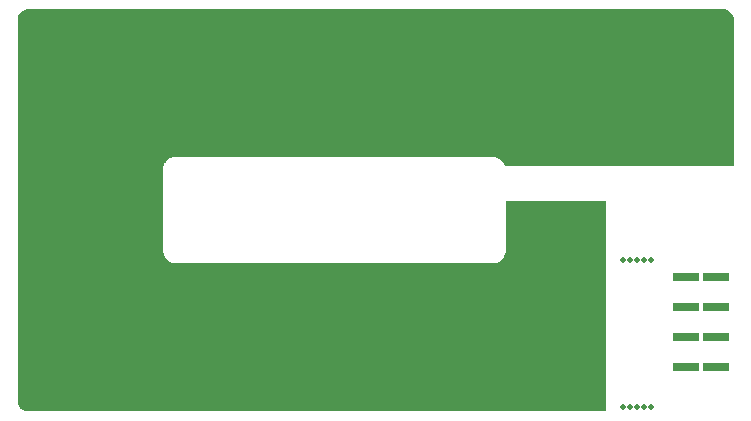
<source format=gtl>
G04*
G04 #@! TF.GenerationSoftware,Altium Limited,Altium Designer,18.1.7 (191)*
G04*
G04 Layer_Physical_Order=1*
G04 Layer_Color=255*
%FSLAX44Y44*%
%MOMM*%
G71*
G01*
G75*
%ADD13R,2.2900X0.7600*%
%ADD14C,0.5000*%
G36*
X332322Y169655D02*
X333771Y169055D01*
X335075Y168184D01*
X336184Y167075D01*
X337055Y165771D01*
X337655Y164322D01*
X337961Y162784D01*
X337961Y162000D01*
Y143055D01*
D01*
Y37500D01*
X144427D01*
X143859Y38870D01*
X143720Y39079D01*
X143624Y39311D01*
X142666Y40744D01*
X142488Y40921D01*
X142349Y41130D01*
X141130Y42349D01*
X140921Y42488D01*
X140744Y42666D01*
X139311Y43623D01*
X139079Y43720D01*
X138870Y43859D01*
X137278Y44519D01*
X137032Y44568D01*
X136800Y44664D01*
X135109Y45000D01*
X134858D01*
X134612Y45049D01*
X-135739D01*
X-135985Y45000D01*
X-136236D01*
X-137685Y44712D01*
X-137917Y44616D01*
X-138163Y44567D01*
X-139528Y44001D01*
X-139737Y43862D01*
X-139969Y43766D01*
X-141197Y42945D01*
X-141375Y42768D01*
X-141583Y42628D01*
X-142628Y41583D01*
X-142767Y41375D01*
X-142945Y41197D01*
X-143766Y39969D01*
X-143862Y39737D01*
X-144001Y39528D01*
X-144567Y38163D01*
X-144616Y37917D01*
X-144712Y37685D01*
X-145000Y36236D01*
Y35985D01*
X-145049Y35739D01*
Y35000D01*
Y-33750D01*
X-145049Y-34612D01*
X-145000Y-34858D01*
Y-35109D01*
X-144664Y-36800D01*
X-144568Y-37032D01*
X-144519Y-37278D01*
X-143859Y-38870D01*
X-143720Y-39079D01*
X-143624Y-39311D01*
X-142666Y-40744D01*
X-142488Y-40921D01*
X-142349Y-41130D01*
X-141130Y-42349D01*
X-140921Y-42488D01*
X-140744Y-42666D01*
X-139311Y-43623D01*
X-139079Y-43720D01*
X-138870Y-43859D01*
X-137278Y-44519D01*
X-137031Y-44568D01*
X-136800Y-44664D01*
X-135109Y-45000D01*
X-134858D01*
X-134612Y-45049D01*
X-133750Y-45049D01*
X134612D01*
X134858Y-45000D01*
X135109D01*
X136799Y-44664D01*
X137031Y-44568D01*
X137278Y-44519D01*
X138870Y-43859D01*
X139079Y-43720D01*
X139311Y-43623D01*
X140744Y-42666D01*
X140921Y-42488D01*
X141130Y-42349D01*
X142349Y-41130D01*
X142488Y-40922D01*
X142666Y-40744D01*
X143624Y-39311D01*
X143720Y-39079D01*
X143859Y-38870D01*
X144519Y-37278D01*
X144568Y-37032D01*
X144664Y-36800D01*
X145000Y-35109D01*
Y-34858D01*
X145049Y-34612D01*
Y-33750D01*
X145049Y-33750D01*
Y8000D01*
X230000D01*
Y-132500D01*
Y-169961D01*
X-260784D01*
X-262322Y-169655D01*
X-263771Y-169055D01*
X-265075Y-168184D01*
X-266184Y-167075D01*
X-267055Y-165771D01*
X-267655Y-164322D01*
X-267961Y-162784D01*
Y-162000D01*
X-267961Y162000D01*
Y162000D01*
Y162000D01*
X-267961Y162784D01*
X-267655Y164322D01*
X-267055Y165771D01*
X-266184Y167075D01*
X-265075Y168184D01*
X-263771Y169055D01*
X-262322Y169655D01*
X-260784Y169961D01*
X-260000Y169961D01*
X330784D01*
X332322Y169655D01*
D02*
G37*
D13*
X322700Y76900D02*
D03*
X297300D02*
D03*
X322700Y102300D02*
D03*
X297300D02*
D03*
X322700Y127700D02*
D03*
X297300D02*
D03*
X322700Y153100D02*
D03*
X297300D02*
D03*
X322700Y-133100D02*
D03*
X297300D02*
D03*
X322700Y-107700D02*
D03*
X297300D02*
D03*
X322700Y-82300D02*
D03*
X297300D02*
D03*
X322700Y-56900D02*
D03*
X297300D02*
D03*
D14*
X244000Y-167000D02*
D03*
X250000D02*
D03*
X256000D02*
D03*
X262000D02*
D03*
X268000D02*
D03*
X244000Y-42000D02*
D03*
X250000D02*
D03*
X256000D02*
D03*
X262000D02*
D03*
X268000D02*
D03*
X244000Y41000D02*
D03*
X250000D02*
D03*
X256000D02*
D03*
X262000D02*
D03*
X268000D02*
D03*
Y166000D02*
D03*
X262000D02*
D03*
X256000D02*
D03*
X250000D02*
D03*
X244000D02*
D03*
X224000Y3000D02*
D03*
X152000D02*
D03*
X227000Y-12000D02*
D03*
X149000D02*
D03*
X227000Y-2000D02*
D03*
X224000Y-7000D02*
D03*
X221000Y-2000D02*
D03*
X218000Y-7000D02*
D03*
X215000Y-2000D02*
D03*
X212000Y-7000D02*
D03*
X209000Y-2000D02*
D03*
X206000Y-7000D02*
D03*
X203000Y-2000D02*
D03*
X200000Y-7000D02*
D03*
X197000Y-2000D02*
D03*
X194000Y-7000D02*
D03*
X191000Y-2000D02*
D03*
X188000Y-7000D02*
D03*
X185000Y-2000D02*
D03*
X182000Y-7000D02*
D03*
X179000Y-2000D02*
D03*
X176000Y-7000D02*
D03*
X173000Y-2000D02*
D03*
X170000Y-7000D02*
D03*
X167000Y-2000D02*
D03*
X164000Y-7000D02*
D03*
X158000D02*
D03*
X152000D02*
D03*
X161000Y-2000D02*
D03*
X155000D02*
D03*
X149000D02*
D03*
M02*

</source>
